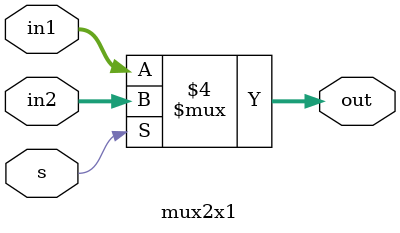
<source format=v>
module mux2x1(
	input wire [32:0] in1,
	input wire [32:0] in2,
	input wire s,
	output reg [32:0] out
);

always @(*) begin
	if(s==0)
		out <= in1;
	else
		out <= in2;
end 
endmodule 
</source>
